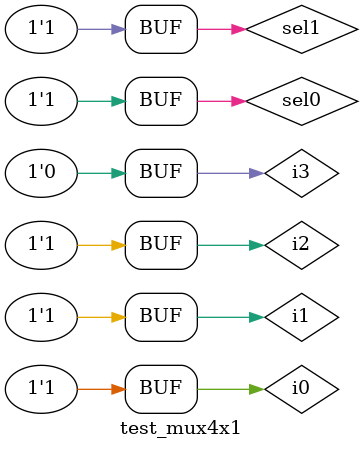
<source format=v>
module mux4x1(
    i0, i1, i2, i3, sel0, sel1, f
);
    input i0, i1, i2, i3, sel0, sel1;
    output f;
    not(nsel0, sel0);
    not(nsel1, sel1);
    and(and_i0_nsel0_nsel1, i0, nsel0, nsel1);
    and(and_i1_nsel0_sel1, i1, nsel0, sel1);
    and(and_i2_sel0_nsel1, i2, sel0, nsel1);
    and(and_i3_sel0_sel1, i3, sel0, sel1);
    or(
        f,
        and_i0_nsel0_nsel1,
        and_i1_nsel0_sel1,
        and_i2_sel0_nsel1,
        and_i3_sel0_sel1
    );
endmodule

module test_mux4x1();
    reg i0, i1, i2, i3, sel0, sel1;
    wire f;
    mux4x1 test(.i0(i0), .i1(i1), .i2(i2), .i3(i3), .sel0(sel0), .sel1(sel1), .f(f));
    initial begin
        i0 = 1'b1;
        i1 = 1'b0;
        i2 = 1'b0;
        i3 = 1'b0;
        sel0 = 1'b0;
        sel1 = 1'b0;
        #10
        i0 = 1'b0;
        i1 = 1'b1;
        i2 = 1'b0;
        i3 = 1'b0;
        sel0 = 1'b0;
        sel1 = 1'b1;
        #10
        i0 = 1'b0;
        i1 = 1'b0;
        i2 = 1'b1;
        i3 = 1'b0;
        sel0 = 1'b1;
        sel1 = 1'b0;
        #10
        i0 = 1'b0;
        i1 = 1'b0;
        i2 = 1'b0;
        i3 = 1'b1;
        sel0 = 1'b1;
        sel1 = 1'b1;
        #10
        i0 = 1'b0;
        i1 = 1'b1;
        i2 = 1'b1;
        i3 = 1'b1;
        sel0 = 1'b0;
        sel1 = 1'b0;
        #10
        i0 = 1'b1;
        i1 = 1'b0;
        i2 = 1'b1;
        i3 = 1'b1;
        sel0 = 1'b0;
        sel1 = 1'b1;
        #10
        i0 = 1'b1;
        i1 = 1'b1;
        i2 = 1'b0;
        i3 = 1'b1;
        sel0 = 1'b1;
        sel1 = 1'b0;
        #10
        i0 = 1'b1;
        i1 = 1'b1;
        i2 = 1'b1;
        i3 = 1'b0;
        sel0 = 1'b1;
        sel1 = 1'b1;
    end
endmodule
</source>
